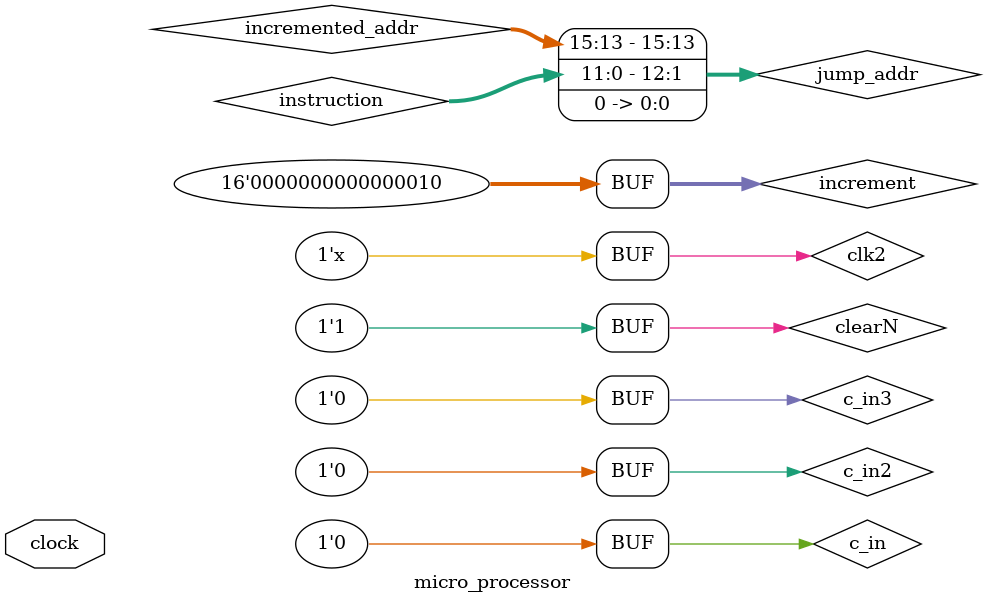
<source format=v>
module stimulus;
	reg CLOCK;

	micro_processor myProcessor(CLOCK);

	initial
		CLOCK = 1'b0;
	always
		#15 CLOCK = ~CLOCK;


endmodule

module micro_processor(clock);

	reg clk2;
	initial
		clk2 = 1'b0;
	always
		#5 clk2 = ~clk2;

	
	input clock;

	//PC
	wire [15:0]  PCaddr_in, instr_addr;
	register16_bit PC(PCaddr_in, clock, instr_addr);


	//ALU to increment PC
	reg [15:0] increment = 16'd2; 
	wire [15:0] incremented_addr;
	wire c_out, lt, eq, gt, overflow;
	reg c_in = 0;
	alu PC_increment(instr_addr, increment, incremented_addr, c_in, c_out, lt, eq, gt, overflow, 3'b010);


	//Instruction Memory
	wire [15:0] instruction;
	instr_memory instruction_mem(instr_addr, clk2, instruction);


	//Controller
	wire RegDst, Jump, Branch, MemRead, MemtoReg, MemWrite, ALUSrc, RegWrite;
	wire [2:0] ALUOp;
	controller main_controller(instruction[15:12], RegDst, Jump, Branch, MemRead, MemtoReg, ALUOp, MemWrite, ALUSrc, RegWrite);


	//Registers
	wire [15:0] reg_write_data, reg1_read_data, reg2_read_data;
	wire [3:0] write_reg; wire [11:0] extra_out_bits;
	mux2_to_1 RegDst_control({extra_out_bits, write_reg}, {12'd0, instruction[7:4]}, {12'd0, instruction[3:0]}, RegDst);
	
	reg clearN;
	initial
	begin
		clearN = 1'b0;
		#1 clearN = 1'b1;
	end
	reg_file registers(reg1_read_data, reg2_read_data, instruction[11:8], instruction[7:4], reg_write_data, write_reg, RegWrite, clearN, clk2);


	//Sign Extender
	wire [15:0] sign_extended;
	sign_extend4_to_16 sign_extend(instruction[3:0], sign_extended);


	//ALU
	wire [15:0] ALUSrc_ctrl_out;
	mux2_to_1 ALUSrc_control(ALUSrc_ctrl_out, reg2_read_data, sign_extended, ALUSrc);

	wire [15:0] ALU_result;
	wire c_out2, lt2, ALU_zero_out, gt2, overflow2;
	reg c_in2 = 0;
	alu ALU(reg1_read_data, ALUSrc_ctrl_out, ALU_result, c_in2, c_out2, lt2, ALU_zero_out, gt2, overflow2, ALUOp);
	

	//Data Memory
	wire [15:0] read_data;
	data_memory data_mem(ALU_result, MemRead, MemWrite, reg2_read_data, clk2, read_data);
	mux2_to_1 MemtoReg_control(reg_write_data, ALU_result, read_data, MemtoReg);


	//Jump and Branch
	wire [15:0] jump_addr;
	assign jump_addr = {incremented_addr[15:13], instruction[11:0], 1'b0}; //jump address calculation

	wire [15:0] branch_addr;
	wire c_out3, lt3, eq3, gt3, overflow3;
	reg c_in3 = 0;
	alu branch_addr_calc(incremented_addr, {sign_extended[14:0], 1'b0}, branch_addr, c_in3, c_out3, lt3, eq3, gt3, overflow3, 3'b010); //branch address calculation

	wire [15:0] branch_ctrl_out;
	mux2_to_1 branch_control(branch_ctrl_out, incremented_addr, branch_addr, (Branch & ~ALU_zero_out));

	mux2_to_1 jump_control(PCaddr_in, branch_ctrl_out, jump_addr, Jump);

	
endmodule

</source>
